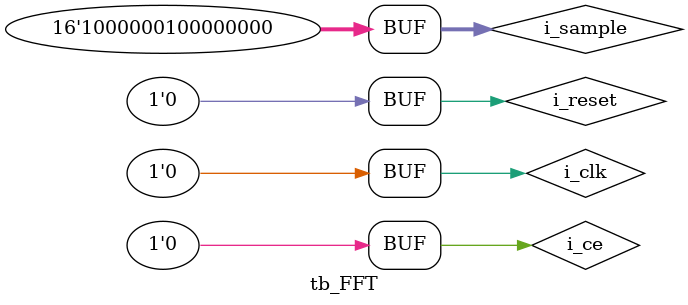
<source format=v>
`timescale 1us/1ns
module tb_FFT();
reg i_clk;
reg i_reset;
reg i_ce;
reg [15:0] i_sample;

wire [21:0] o_result;
wire o_sync;


fftmain DUT1(i_clk, i_reset, i_ce, i_sample, o_result, o_sync);


initial begin
i_reset = 1'b1;
#30;
i_reset = 1'b0;
end

always begin
i_clk = 1'b1;
#5;
i_clk = 1'b0;
#5;
end

always begin
	i_sample = 16'h7f00;
	#500;
	
	i_sample = 16'h8100;
	#500;
end

always begin
	i_ce = 1'b1;
	#5;
	i_ce = 1'b0;
	#245;
end

endmodule 
</source>
